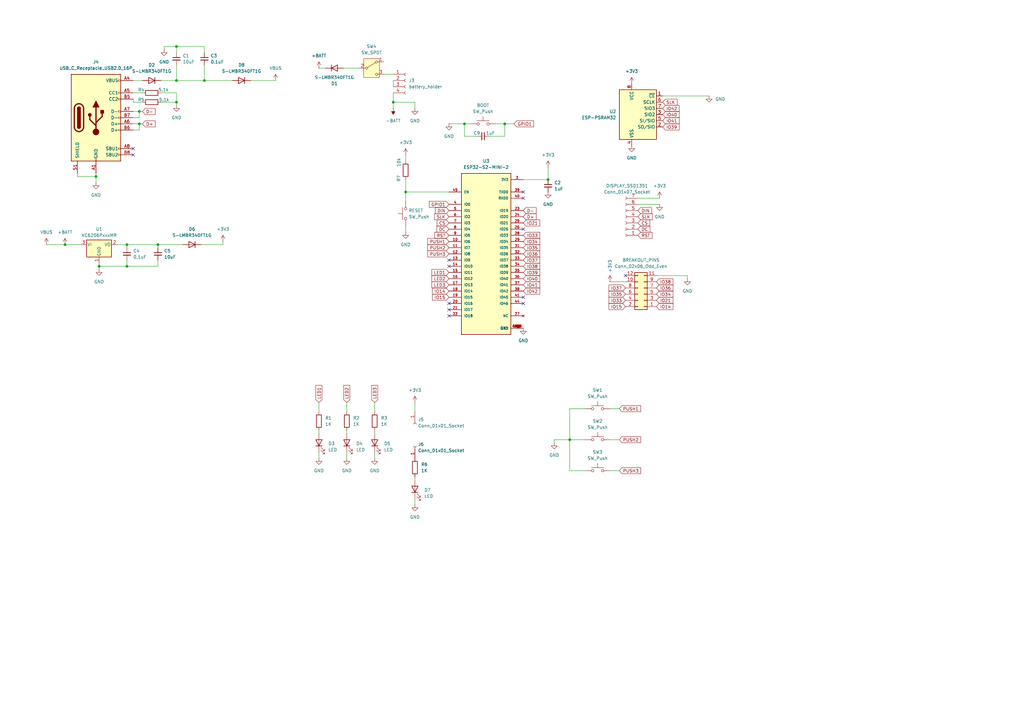
<source format=kicad_sch>
(kicad_sch (version 20250114) (generator "eeschema") (generator_version "9.0")
  (paper "A3")
  (lib_symbols
    (symbol "Connector:Conn_01x01_Socket" (pin_names (offset 1.016) (hide yes))
      (property "Reference" "J" (at 0 2.54 0))
      (property "Value" "Conn_01x01_Socket" (at 0 -2.54 0))
      (symbol "Conn_01x01_Socket_1_1"
        (pin passive line (at -5.08 0 0) (length 3.81) (name "Pin_1") (number "1"))
      )
    )
    (symbol "Connector:Conn_01x04_Socket" (pin_names (offset 1.016) (hide yes))
      (property "Reference" "J" (at 0 5.08 0))
      (property "Value" "Conn_01x04_Socket" (at 0 -7.62 0))
      (symbol "Conn_01x04_Socket_1_1"
        (pin passive line (at -5.08 2.54 0) (length 3.81) (name "Pin_1") (number "1"))
        (pin passive line (at -5.08 0 0) (length 3.81) (name "Pin_2") (number "2"))
        (pin passive line (at -5.08 -2.54 0) (length 3.81) (name "Pin_3") (number "3"))
        (pin passive line (at -5.08 -5.08 0) (length 3.81) (name "Pin_4") (number "4"))
      )
    )
    (symbol "Connector:Conn_01x07_Socket" (pin_names (offset 1.016) (hide yes))
      (property "Reference" "J" (at 0 10.16 0))
      (property "Value" "Conn_01x07_Socket" (at 0 -10.16 0))
      (symbol "Conn_01x07_Socket_1_1"
        (pin passive line (at -5.08 7.62 0) (length 3.81) (name "Pin_1") (number "1"))
        (pin passive line (at -5.08 5.08 0) (length 3.81) (name "Pin_2") (number "2"))
        (pin passive line (at -5.08 2.54 0) (length 3.81) (name "Pin_3") (number "3"))
        (pin passive line (at -5.08 0 0) (length 3.81) (name "Pin_4") (number "4"))
        (pin passive line (at -5.08 -2.54 0) (length 3.81) (name "Pin_5") (number "5"))
        (pin passive line (at -5.08 -5.08 0) (length 3.81) (name "Pin_6") (number "6"))
        (pin passive line (at -5.08 -7.62 0) (length 3.81) (name "Pin_7") (number "7"))
      )
    )
    (symbol "Connector:USB_C_Receptacle_USB2.0_16P" (pin_names (offset 1.016))
      (property "Reference" "J" (at 0 22.225 0))
      (property "Value" "USB_C_Receptacle_USB2.0_16P" (at 0 19.685 0))
      (symbol "USB_C_Receptacle_USB2.0_16P_1_1"
        (pin passive line (at -7.62 -22.86 90) (length 5.08) (name "SHIELD") (number "S1"))
        (pin passive line (at 0 -22.86 90) (length 5.08) (name "GND") (number "A1"))
        (pin passive line (at 0 -22.86 90) (length 5.08) (hide yes) (name "GND") (number "A12"))
        (pin passive line (at 0 -22.86 90) (length 5.08) (hide yes) (name "GND") (number "B1"))
        (pin passive line (at 0 -22.86 90) (length 5.08) (hide yes) (name "GND") (number "B12"))
        (pin passive line (at 15.24 15.24 180) (length 5.08) (name "VBUS") (number "A4"))
        (pin passive line (at 15.24 15.24 180) (length 5.08) (hide yes) (name "VBUS") (number "A9"))
        (pin passive line (at 15.24 15.24 180) (length 5.08) (hide yes) (name "VBUS") (number "B4"))
        (pin passive line (at 15.24 15.24 180) (length 5.08) (hide yes) (name "VBUS") (number "B9"))
        (pin bidirectional line (at 15.24 10.16 180) (length 5.08) (name "CC1") (number "A5"))
        (pin bidirectional line (at 15.24 7.62 180) (length 5.08) (name "CC2") (number "B5"))
        (pin bidirectional line (at 15.24 2.54 180) (length 5.08) (name "D-") (number "A7"))
        (pin bidirectional line (at 15.24 0 180) (length 5.08) (name "D-") (number "B7"))
        (pin bidirectional line (at 15.24 -2.54 180) (length 5.08) (name "D+") (number "A6"))
        (pin bidirectional line (at 15.24 -5.08 180) (length 5.08) (name "D+") (number "B6"))
        (pin bidirectional line (at 15.24 -12.7 180) (length 5.08) (name "SBU1") (number "A8"))
        (pin bidirectional line (at 15.24 -15.24 180) (length 5.08) (name "SBU2") (number "B8"))
      )
    )
    (symbol "Connector_Generic:Conn_02x06_Odd_Even" (pin_names (offset 1.016) (hide yes))
      (property "Reference" "J" (at 1.27 7.62 0))
      (property "Value" "Conn_02x06_Odd_Even" (at 1.27 -10.16 0))
      (symbol "Conn_02x06_Odd_Even_1_1"
        (pin passive line (at -5.08 5.08 0) (length 3.81) (name "Pin_1") (number "1"))
        (pin passive line (at -5.08 2.54 0) (length 3.81) (name "Pin_3") (number "3"))
        (pin passive line (at -5.08 0 0) (length 3.81) (name "Pin_5") (number "5"))
        (pin passive line (at -5.08 -2.54 0) (length 3.81) (name "Pin_7") (number "7"))
        (pin passive line (at -5.08 -5.08 0) (length 3.81) (name "Pin_9") (number "9"))
        (pin passive line (at -5.08 -7.62 0) (length 3.81) (name "Pin_11") (number "11"))
        (pin passive line (at 7.62 5.08 180) (length 3.81) (name "Pin_2") (number "2"))
        (pin passive line (at 7.62 2.54 180) (length 3.81) (name "Pin_4") (number "4"))
        (pin passive line (at 7.62 0 180) (length 3.81) (name "Pin_6") (number "6"))
        (pin passive line (at 7.62 -2.54 180) (length 3.81) (name "Pin_8") (number "8"))
        (pin passive line (at 7.62 -5.08 180) (length 3.81) (name "Pin_10") (number "10"))
        (pin passive line (at 7.62 -7.62 180) (length 3.81) (name "Pin_12") (number "12"))
      )
    )
    (symbol "Device:C_Small" (pin_numbers (hide yes)) (pin_names (offset 0.254) (hide yes))
      (property "Reference" "C" (at 0.254 1.778 0))
      (property "Value" "C_Small" (at 0.254 -2.032 0))
      (symbol "C_Small_1_1"
        (pin passive line (at 0 2.54 270) (length 2.032) (name "~") (number "1"))
        (pin passive line (at 0 -2.54 90) (length 2.032) (name "~") (number "2"))
      )
    )
    (symbol "Device:D" (pin_numbers (hide yes)) (pin_names (offset 1.016) (hide yes))
      (property "Reference" "D" (at 0 2.54 0))
      (property "Value" "D" (at 0 -2.54 0))
      (symbol "D_1_1"
        (pin passive line (at -3.81 0 0) (length 2.54) (name "K") (number "1"))
        (pin passive line (at 3.81 0 180) (length 2.54) (name "A") (number "2"))
      )
    )
    (symbol "Device:LED" (pin_numbers (hide yes)) (pin_names (offset 1.016) (hide yes))
      (property "Reference" "D" (at 0 2.54 0))
      (property "Value" "LED" (at 0 -2.54 0))
      (symbol "LED_1_1"
        (pin passive line (at -3.81 0 0) (length 2.54) (name "K") (number "1"))
        (pin passive line (at 3.81 0 180) (length 2.54) (name "A") (number "2"))
      )
    )
    (symbol "Device:R" (pin_numbers (hide yes)) (pin_names (offset 0))
      (property "Reference" "R" (at 2.032 0 90))
      (property "Value" "R" (at 0 0 90))
      (symbol "R_1_1"
        (pin passive line (at 0 3.81 270) (length 1.27) (name "~") (number "1"))
        (pin passive line (at 0 -3.81 90) (length 1.27) (name "~") (number "2"))
      )
    )
    (symbol "ESP32-S2-MINI-1:ESP32-S2-MINI-1" (pin_names (offset 1.016))
      (property "Reference" "U" (at -10.16 33.909 0))
      (property "Value" "ESP32-S2-MINI-1" (at -10.16 -35.56 0))
      (symbol "ESP32-S2-MINI-1_0_0"
        (pin input line (at -15.24 25.4 0) (length 5.08) (name "EN") (number "45"))
        (pin bidirectional line (at -15.24 20.32 0) (length 5.08) (name "IO0") (number "4"))
        (pin bidirectional line (at -15.24 17.78 0) (length 5.08) (name "IO1") (number "5"))
        (pin bidirectional line (at -15.24 15.24 0) (length 5.08) (name "IO2") (number "6"))
        (pin bidirectional line (at -15.24 12.7 0) (length 5.08) (name "IO3") (number "7"))
        (pin bidirectional line (at -15.24 10.16 0) (length 5.08) (name "IO4") (number "8"))
        (pin bidirectional line (at -15.24 7.62 0) (length 5.08) (name "IO5") (number "9"))
        (pin bidirectional line (at -15.24 5.08 0) (length 5.08) (name "IO6") (number "10"))
        (pin bidirectional line (at -15.24 2.54 0) (length 5.08) (name "IO7") (number "11"))
        (pin bidirectional line (at -15.24 0 0) (length 5.08) (name "IO8") (number "12"))
        (pin bidirectional line (at -15.24 -2.54 0) (length 5.08) (name "IO9") (number "13"))
        (pin bidirectional line (at -15.24 -5.08 0) (length 5.08) (name "IO10") (number "14"))
        (pin bidirectional line (at -15.24 -7.62 0) (length 5.08) (name "IO11") (number "15"))
        (pin bidirectional line (at -15.24 -10.16 0) (length 5.08) (name "IO12") (number "16"))
        (pin bidirectional line (at -15.24 -12.7 0) (length 5.08) (name "IO13") (number "17"))
        (pin bidirectional line (at -15.24 -15.24 0) (length 5.08) (name "IO14") (number "18"))
        (pin bidirectional line (at -15.24 -17.78 0) (length 5.08) (name "IO15") (number "19"))
        (pin bidirectional line (at -15.24 -20.32 0) (length 5.08) (name "IO16") (number "20"))
        (pin bidirectional line (at -15.24 -22.86 0) (length 5.08) (name "IO17") (number "21"))
        (pin bidirectional line (at -15.24 -25.4 0) (length 5.08) (name "IO18") (number "22"))
        (pin power_in line (at 15.24 30.48 180) (length 5.08) (name "3V3") (number "3"))
        (pin bidirectional line (at 15.24 25.4 180) (length 5.08) (name "TXD0") (number "39"))
        (pin bidirectional line (at 15.24 22.86 180) (length 5.08) (name "RXD0") (number "40"))
        (pin bidirectional line (at 15.24 17.78 180) (length 5.08) (name "IO19") (number "23"))
        (pin bidirectional line (at 15.24 15.24 180) (length 5.08) (name "IO20") (number "24"))
        (pin bidirectional line (at 15.24 12.7 180) (length 5.08) (name "IO21") (number "25"))
        (pin bidirectional line (at 15.24 10.16 180) (length 5.08) (name "IO26") (number "26"))
        (pin bidirectional line (at 15.24 7.62 180) (length 5.08) (name "IO33") (number "28"))
        (pin bidirectional line (at 15.24 5.08 180) (length 5.08) (name "IO34") (number "29"))
        (pin bidirectional line (at 15.24 2.54 180) (length 5.08) (name "IO35") (number "31"))
        (pin bidirectional line (at 15.24 0 180) (length 5.08) (name "IO36") (number "32"))
        (pin bidirectional line (at 15.24 -2.54 180) (length 5.08) (name "IO37") (number "33"))
        (pin bidirectional line (at 15.24 -5.08 180) (length 5.08) (name "IO38") (number "34"))
        (pin bidirectional line (at 15.24 -7.62 180) (length 5.08) (name "IO39") (number "35"))
        (pin bidirectional line (at 15.24 -10.16 180) (length 5.08) (name "IO40") (number "36"))
        (pin bidirectional line (at 15.24 -12.7 180) (length 5.08) (name "IO41") (number "37"))
        (pin bidirectional line (at 15.24 -15.24 180) (length 5.08) (name "IO42") (number "38"))
        (pin bidirectional line (at 15.24 -17.78 180) (length 5.08) (name "IO45") (number "41"))
        (pin input line (at 15.24 -20.32 180) (length 5.08) (name "IO46") (number "44"))
        (pin no_connect line (at 15.24 -25.4 180) (length 5.08) (name "NC") (number "27"))
        (pin power_in line (at 15.24 -30.48 180) (length 5.08) (name "GND") (number "1"))
        (pin power_in line (at 15.24 -30.48 180) (length 5.08) (name "GND") (number "2"))
        (pin power_in line (at 15.24 -30.48 180) (length 5.08) (name "GND") (number "30"))
        (pin power_in line (at 15.24 -30.48 180) (length 5.08) (name "GND") (number "42"))
        (pin power_in line (at 15.24 -30.48 180) (length 5.08) (name "GND") (number "43"))
        (pin power_in line (at 15.24 -30.48 180) (length 5.08) (name "GND") (number "46"))
        (pin power_in line (at 15.24 -30.48 180) (length 5.08) (name "GND") (number "47"))
        (pin power_in line (at 15.24 -30.48 180) (length 5.08) (name "GND") (number "48"))
        (pin power_in line (at 15.24 -30.48 180) (length 5.08) (name "GND") (number "49"))
        (pin power_in line (at 15.24 -30.48 180) (length 5.08) (name "GND") (number "50"))
        (pin power_in line (at 15.24 -30.48 180) (length 5.08) (name "GND") (number "51"))
        (pin power_in line (at 15.24 -30.48 180) (length 5.08) (name "GND") (number "52"))
        (pin power_in line (at 15.24 -30.48 180) (length 5.08) (name "GND") (number "53"))
        (pin power_in line (at 15.24 -30.48 180) (length 5.08) (name "GND") (number "54"))
        (pin power_in line (at 15.24 -30.48 180) (length 5.08) (name "GND") (number "55"))
        (pin power_in line (at 15.24 -30.48 180) (length 5.08) (name "GND") (number "56"))
        (pin power_in line (at 15.24 -30.48 180) (length 5.08) (name "GND") (number "57"))
        (pin power_in line (at 15.24 -30.48 180) (length 5.08) (name "GND") (number "58"))
        (pin power_in line (at 15.24 -30.48 180) (length 5.08) (name "GND") (number "59"))
        (pin power_in line (at 15.24 -30.48 180) (length 5.08) (name "GND") (number "60"))
        (pin power_in line (at 15.24 -30.48 180) (length 5.08) (name "GND") (number "61"))
        (pin power_in line (at 15.24 -30.48 180) (length 5.08) (name "GND") (number "61_1"))
        (pin power_in line (at 15.24 -30.48 180) (length 5.08) (name "GND") (number "61_2"))
        (pin power_in line (at 15.24 -30.48 180) (length 5.08) (name "GND") (number "61_3"))
        (pin power_in line (at 15.24 -30.48 180) (length 5.08) (name "GND") (number "61_4"))
        (pin power_in line (at 15.24 -30.48 180) (length 5.08) (name "GND") (number "61_5"))
        (pin power_in line (at 15.24 -30.48 180) (length 5.08) (name "GND") (number "61_6"))
        (pin power_in line (at 15.24 -30.48 180) (length 5.08) (name "GND") (number "61_7"))
        (pin power_in line (at 15.24 -30.48 180) (length 5.08) (name "GND") (number "61_8"))
        (pin power_in line (at 15.24 -30.48 180) (length 5.08) (name "GND") (number "62"))
        (pin power_in line (at 15.24 -30.48 180) (length 5.08) (name "GND") (number "63"))
        (pin power_in line (at 15.24 -30.48 180) (length 5.08) (name "GND") (number "64"))
        (pin power_in line (at 15.24 -30.48 180) (length 5.08) (name "GND") (number "65"))
      )
    )
    (symbol "Memory_RAM:ESP-PSRAM32"
      (property "Reference" "U" (at 3.81 11.43 0))
      (property "Value" "ESP-PSRAM32" (at -1.27 -11.43 0))
      (symbol "ESP-PSRAM32_1_1"
        (pin power_in line (at -2.54 12.7 270) (length 2.54) (name "VCC") (number "8"))
        (pin power_in line (at -2.54 -12.7 90) (length 2.54) (name "VSS") (number "4"))
        (pin input line (at 10.16 7.62 180) (length 2.54) (name "~{CE}") (number "1"))
        (pin output line (at 10.16 5.08 180) (length 2.54) (name "SCLK") (number "6"))
        (pin bidirectional line (at 10.16 2.54 180) (length 2.54) (name "SIO3") (number "7"))
        (pin bidirectional line (at 10.16 0 180) (length 2.54) (name "SIO2") (number "3"))
        (pin input line (at 10.16 -2.54 180) (length 2.54) (name "SI/SIO") (number "5"))
        (pin output line (at 10.16 -5.08 180) (length 2.54) (name "SO/SIO") (number "2"))
      )
    )
    (symbol "Regulator_Linear:XC6206PxxxMR" (pin_names (offset 0.254))
      (property "Reference" "U" (at -3.81 3.175 0))
      (property "Value" "XC6206PxxxMR" (at 0 3.175 0))
      (symbol "XC6206PxxxMR_1_1"
        (pin power_in line (at -7.62 0 0) (length 2.54) (name "VI") (number "3"))
        (pin power_in line (at 0 -7.62 90) (length 2.54) (name "GND") (number "1"))
        (pin power_out line (at 7.62 0 180) (length 2.54) (name "VO") (number "2"))
      )
    )
    (symbol "Switch:SW_Push" (pin_numbers (hide yes)) (pin_names (offset 1.016) (hide yes))
      (property "Reference" "SW" (at 1.27 2.54 0))
      (property "Value" "SW_Push" (at 0 -1.524 0))
      (symbol "SW_Push_0_1"
        (pin passive line (at -5.08 0 0) (length 2.54) (name "1") (number "1"))
        (pin passive line (at 5.08 0 180) (length 2.54) (name "2") (number "2"))
      )
    )
    (symbol "Switch:SW_SPDT" (pin_names (offset 0) (hide yes))
      (property "Reference" "SW" (at 0 5.08 0))
      (property "Value" "SW_SPDT" (at 0 -5.08 0))
      (symbol "SW_SPDT_1_1"
        (pin passive line (at -5.08 0 0) (length 2.54) (name "B") (number "2"))
        (pin passive line (at 5.08 2.54 180) (length 2.54) (name "A") (number "1"))
        (pin passive line (at 5.08 -2.54 180) (length 2.54) (name "C") (number "3"))
      )
    )
    (symbol "power:+3V3" (power) (pin_numbers (hide yes)) (pin_names (offset 0) (hide yes))
      (property "Value" "+3V3" (at 0 3.556 0))
      (symbol "+3V3_1_1"
        (pin power_in line (at 0 0 90) (length 0) (name "~") (number "1"))
      )
    )
    (symbol "power:+BATT" (power) (pin_numbers (hide yes)) (pin_names (offset 0) (hide yes))
      (property "Value" "+BATT" (at 0 3.556 0))
      (symbol "+BATT_1_1"
        (pin power_in line (at 0 0 90) (length 0) (name "~") (number "1"))
      )
    )
    (symbol "power:-BATT" (power) (pin_numbers (hide yes)) (pin_names (offset 0) (hide yes))
      (property "Value" "-BATT" (at 0 3.556 0))
      (symbol "-BATT_1_1"
        (pin power_in line (at 0 0 90) (length 0) (name "~") (number "1"))
      )
    )
    (symbol "power:GND" (power) (pin_numbers (hide yes)) (pin_names (offset 0) (hide yes))
      (property "Value" "GND" (at 0 -3.81 0))
      (symbol "GND_1_1"
        (pin power_in line (at 0 0 270) (length 0) (name "~") (number "1"))
      )
    )
    (symbol "power:VBUS" (power) (pin_numbers (hide yes)) (pin_names (offset 0) (hide yes))
      (property "Value" "VBUS" (at 0 3.556 0))
      (symbol "VBUS_1_1"
        (pin power_in line (at 0 0 90) (length 0) (name "~") (number "1"))
      )
    )
  )
  (junction (at 72.39 19.05))
  (junction (at 72.39 41.91))
  (junction (at 52.07 109.22))
  (junction (at 39.37 72.39))
  (junction (at 57.15 50.8))
  (junction (at 190.5 50.8))
  (junction (at 233.68 180.34))
  (junction (at 207.01 50.8))
  (junction (at 57.15 45.72))
  (junction (at 83.82 33.02))
  (junction (at 52.07 100.33))
  (junction (at 161.29 41.91))
  (junction (at 26.67 100.33))
  (junction (at 166.37 78.74))
  (junction (at 64.77 100.33))
  (junction (at 40.64 109.22))
  (junction (at 224.79 73.66))
  (junction (at 72.39 33.02))
  (no_connect (at 214.63 78.74))
  (no_connect (at 184.15 109.22))
  (no_connect (at 184.15 127))
  (no_connect (at 54.61 60.96))
  (no_connect (at 214.63 121.92))
  (no_connect (at 54.61 63.5))
  (no_connect (at 214.63 124.46))
  (no_connect (at 214.63 81.28))
  (no_connect (at 184.15 106.68))
  (no_connect (at 256.54 113.03))
  (no_connect (at 184.15 129.54))
  (no_connect (at 214.63 93.98))
  (no_connect (at 184.15 124.46))
  (wire (pts (xy 40.64 109.22) (xy 40.64 107.95)))
  (wire (pts (xy 54.61 48.26) (xy 57.15 48.26)))
  (wire (pts (xy 66.04 41.91) (xy 72.39 41.91)))
  (wire (pts (xy 184.15 50.8) (xy 190.5 50.8)))
  (wire (pts (xy 72.39 33.02) (xy 72.39 26.67)))
  (wire (pts (xy 233.68 193.04) (xy 240.03 193.04)))
  (wire (pts (xy 261.62 83.82) (xy 270.51 83.82)))
  (wire (pts (xy 54.61 38.1) (xy 58.42 38.1)))
  (wire (pts (xy 64.77 109.22) (xy 64.77 106.68)))
  (wire (pts (xy 190.5 50.8) (xy 193.04 50.8)))
  (wire (pts (xy 40.64 110.49) (xy 40.64 109.22)))
  (wire (pts (xy 261.62 81.28) (xy 270.51 81.28)))
  (wire (pts (xy 233.68 167.64) (xy 240.03 167.64)))
  (wire (pts (xy 66.04 33.02) (xy 72.39 33.02)))
  (wire (pts (xy 54.61 41.91) (xy 58.42 41.91)))
  (wire (pts (xy 57.15 45.72) (xy 58.42 45.72)))
  (wire (pts (xy 281.94 113.03) (xy 269.24 113.03)))
  (wire (pts (xy 31.75 71.12) (xy 31.75 72.39)))
  (wire (pts (xy 39.37 71.12) (xy 39.37 72.39)))
  (wire (pts (xy 52.07 100.33) (xy 64.77 100.33)))
  (wire (pts (xy 72.39 43.18) (xy 72.39 41.91)))
  (wire (pts (xy 161.29 41.91) (xy 170.18 41.91)))
  (wire (pts (xy 102.87 33.02) (xy 113.03 33.02)))
  (wire (pts (xy 130.81 165.1) (xy 130.81 168.91)))
  (wire (pts (xy 64.77 101.6) (xy 64.77 100.33)))
  (wire (pts (xy 227.33 180.34) (xy 227.33 181.61)))
  (wire (pts (xy 57.15 53.34) (xy 57.15 50.8)))
  (wire (pts (xy 39.37 74.93) (xy 39.37 72.39)))
  (wire (pts (xy 67.31 19.05) (xy 72.39 19.05)))
  (wire (pts (xy 166.37 78.74) (xy 184.15 78.74)))
  (wire (pts (xy 170.18 195.58) (xy 170.18 196.85)))
  (wire (pts (xy 250.19 180.34) (xy 254 180.34)))
  (wire (pts (xy 82.55 100.33) (xy 91.44 100.33)))
  (wire (pts (xy 153.67 176.53) (xy 153.67 177.8)))
  (wire (pts (xy 66.04 38.1) (xy 72.39 38.1)))
  (wire (pts (xy 157.48 30.48) (xy 161.29 30.48)))
  (wire (pts (xy 200.66 55.88) (xy 207.01 55.88)))
  (wire (pts (xy 19.05 100.33) (xy 26.67 100.33)))
  (wire (pts (xy 54.61 50.8) (xy 57.15 50.8)))
  (wire (pts (xy 233.68 167.64) (xy 233.68 180.34)))
  (wire (pts (xy 72.39 33.02) (xy 83.82 33.02)))
  (wire (pts (xy 52.07 101.6) (xy 52.07 100.33)))
  (wire (pts (xy 233.68 180.34) (xy 233.68 193.04)))
  (wire (pts (xy 57.15 50.8) (xy 58.42 50.8)))
  (wire (pts (xy 207.01 50.8) (xy 210.82 50.8)))
  (wire (pts (xy 64.77 100.33) (xy 74.93 100.33)))
  (wire (pts (xy 130.81 27.94) (xy 133.35 27.94)))
  (wire (pts (xy 52.07 109.22) (xy 64.77 109.22)))
  (wire (pts (xy 54.61 33.02) (xy 58.42 33.02)))
  (wire (pts (xy 227.33 180.34) (xy 233.68 180.34)))
  (wire (pts (xy 250.19 115.57) (xy 256.54 115.57)))
  (wire (pts (xy 130.81 176.53) (xy 130.81 177.8)))
  (wire (pts (xy 72.39 19.05) (xy 83.82 19.05)))
  (wire (pts (xy 142.24 176.53) (xy 142.24 177.8)))
  (wire (pts (xy 161.29 33.02) (xy 161.29 35.56)))
  (wire (pts (xy 190.5 50.8) (xy 190.5 55.88)))
  (wire (pts (xy 130.81 185.42) (xy 130.81 187.96)))
  (wire (pts (xy 214.63 73.66) (xy 224.79 73.66)))
  (wire (pts (xy 26.67 100.33) (xy 33.02 100.33)))
  (wire (pts (xy 290.83 39.37) (xy 271.78 39.37)))
  (wire (pts (xy 142.24 165.1) (xy 142.24 168.91)))
  (wire (pts (xy 281.94 114.3) (xy 281.94 113.03)))
  (wire (pts (xy 207.01 55.88) (xy 207.01 50.8)))
  (wire (pts (xy 142.24 185.42) (xy 142.24 187.96)))
  (wire (pts (xy 72.39 38.1) (xy 72.39 41.91)))
  (wire (pts (xy 57.15 48.26) (xy 57.15 45.72)))
  (wire (pts (xy 91.44 100.33) (xy 91.44 99.06)))
  (wire (pts (xy 161.29 41.91) (xy 161.29 38.1)))
  (wire (pts (xy 224.79 68.58) (xy 224.79 73.66)))
  (wire (pts (xy 83.82 19.05) (xy 83.82 21.59)))
  (wire (pts (xy 153.67 165.1) (xy 153.67 168.91)))
  (wire (pts (xy 52.07 109.22) (xy 52.07 106.68)))
  (wire (pts (xy 140.97 27.94) (xy 147.32 27.94)))
  (wire (pts (xy 72.39 19.05) (xy 72.39 21.59)))
  (wire (pts (xy 170.18 204.47) (xy 170.18 207.01)))
  (wire (pts (xy 83.82 33.02) (xy 95.25 33.02)))
  (wire (pts (xy 170.18 165.1) (xy 170.18 168.91)))
  (wire (pts (xy 67.31 19.05) (xy 67.31 20.32)))
  (wire (pts (xy 40.64 109.22) (xy 52.07 109.22)))
  (wire (pts (xy 48.26 100.33) (xy 52.07 100.33)))
  (wire (pts (xy 153.67 185.42) (xy 153.67 187.96)))
  (wire (pts (xy 166.37 92.71) (xy 166.37 95.25)))
  (wire (pts (xy 54.61 53.34) (xy 57.15 53.34)))
  (wire (pts (xy 190.5 55.88) (xy 195.58 55.88)))
  (wire (pts (xy 83.82 33.02) (xy 83.82 26.67)))
  (wire (pts (xy 166.37 63.5) (xy 166.37 66.04)))
  (wire (pts (xy 54.61 41.91) (xy 54.61 40.64)))
  (wire (pts (xy 203.2 50.8) (xy 207.01 50.8)))
  (wire (pts (xy 54.61 45.72) (xy 57.15 45.72)))
  (wire (pts (xy 250.19 193.04) (xy 254 193.04)))
  (wire (pts (xy 170.18 41.91) (xy 170.18 44.45)))
  (wire (pts (xy 166.37 78.74) (xy 166.37 82.55)))
  (wire (pts (xy 166.37 73.66) (xy 166.37 78.74)))
  (wire (pts (xy 233.68 180.34) (xy 240.03 180.34)))
  (wire (pts (xy 31.75 72.39) (xy 39.37 72.39)))
  (wire (pts (xy 161.29 41.91) (xy 161.29 44.45)))
  (wire (pts (xy 250.19 167.64) (xy 254 167.64)))
  (global_label "IO35" (shape input) (at 256.54 120.65 180) (property "Intersheetrefs" "${INTERSHEET_REFS}" (effects (hide yes))))
  (global_label "PUSH2" (shape input) (at 184.15 101.6 180) (property "Intersheetrefs" "${INTERSHEET_REFS}" (effects (hide yes))))
  (global_label "IO14" (shape input) (at 184.15 119.38 180) (property "Intersheetrefs" "${INTERSHEET_REFS}" (effects (hide yes))))
  (global_label "IO15" (shape input) (at 184.15 121.92 180) (property "Intersheetrefs" "${INTERSHEET_REFS}" (effects (hide yes))))
  (global_label "DC" (shape input) (at 184.15 93.98 180) (property "Intersheetrefs" "${INTERSHEET_REFS}" (effects (hide yes))))
  (global_label "PUSH1" (shape input) (at 184.15 99.06 180) (property "Intersheetrefs" "${INTERSHEET_REFS}" (effects (hide yes))))
  (global_label "LED2" (shape input) (at 142.24 165.1 90) (property "Intersheetrefs" "${INTERSHEET_REFS}" (effects (hide yes))))
  (global_label "LED1" (shape input) (at 130.81 165.1 90) (property "Intersheetrefs" "${INTERSHEET_REFS}" (effects (hide yes))))
  (global_label "D-" (shape input) (at 214.63 86.36 0) (property "Intersheetrefs" "${INTERSHEET_REFS}" (effects (hide yes))))
  (global_label "PUSH3" (shape input) (at 254 193.04 0) (property "Intersheetrefs" "${INTERSHEET_REFS}" (effects (hide yes))))
  (global_label "D+" (shape input) (at 214.63 88.9 0) (property "Intersheetrefs" "${INTERSHEET_REFS}" (effects (hide yes))))
  (global_label "LED1" (shape input) (at 184.15 111.76 180) (property "Intersheetrefs" "${INTERSHEET_REFS}" (effects (hide yes))))
  (global_label "PUSH1" (shape input) (at 254 167.64 0) (property "Intersheetrefs" "${INTERSHEET_REFS}" (effects (hide yes))))
  (global_label "IO33" (shape input) (at 214.63 96.52 0) (property "Intersheetrefs" "${INTERSHEET_REFS}" (effects (hide yes))))
  (global_label "IO40" (shape input) (at 214.63 114.3 0) (property "Intersheetrefs" "${INTERSHEET_REFS}" (effects (hide yes))))
  (global_label "SLK" (shape input) (at 184.15 88.9 180) (property "Intersheetrefs" "${INTERSHEET_REFS}" (effects (hide yes))))
  (global_label "IO36" (shape input) (at 269.24 118.11 0) (property "Intersheetrefs" "${INTERSHEET_REFS}" (effects (hide yes))))
  (global_label "IO34" (shape input) (at 269.24 120.65 0) (property "Intersheetrefs" "${INTERSHEET_REFS}" (effects (hide yes))))
  (global_label "RST" (shape input) (at 184.15 96.52 180) (property "Intersheetrefs" "${INTERSHEET_REFS}" (effects (hide yes))))
  (global_label "LED2" (shape input) (at 184.15 114.3 180) (property "Intersheetrefs" "${INTERSHEET_REFS}" (effects (hide yes))))
  (global_label "CS" (shape input) (at 261.62 91.44 0) (property "Intersheetrefs" "${INTERSHEET_REFS}" (effects (hide yes))))
  (global_label "IO38" (shape input) (at 269.24 115.57 0) (property "Intersheetrefs" "${INTERSHEET_REFS}" (effects (hide yes))))
  (global_label "CS" (shape input) (at 184.15 91.44 180) (property "Intersheetrefs" "${INTERSHEET_REFS}" (effects (hide yes))))
  (global_label "IO34" (shape input) (at 214.63 99.06 0) (property "Intersheetrefs" "${INTERSHEET_REFS}" (effects (hide yes))))
  (global_label "IO42" (shape input) (at 214.63 119.38 0) (property "Intersheetrefs" "${INTERSHEET_REFS}" (effects (hide yes))))
  (global_label "D+" (shape input) (at 58.42 50.8 0) (property "Intersheetrefs" "${INTERSHEET_REFS}" (effects (hide yes))))
  (global_label "IO36" (shape input) (at 214.63 104.14 0) (property "Intersheetrefs" "${INTERSHEET_REFS}" (effects (hide yes))))
  (global_label "LED3" (shape input) (at 184.15 116.84 180) (property "Intersheetrefs" "${INTERSHEET_REFS}" (effects (hide yes))))
  (global_label "IO40" (shape input) (at 271.78 46.99 0) (property "Intersheetrefs" "${INTERSHEET_REFS}" (effects (hide yes))))
  (global_label "PUSH2" (shape input) (at 254 180.34 0) (property "Intersheetrefs" "${INTERSHEET_REFS}" (effects (hide yes))))
  (global_label "IO33" (shape input) (at 256.54 123.19 180) (property "Intersheetrefs" "${INTERSHEET_REFS}" (effects (hide yes))))
  (global_label "GPIO1" (shape input) (at 184.15 83.82 180) (property "Intersheetrefs" "${INTERSHEET_REFS}" (effects (hide yes))))
  (global_label "PUSH3" (shape input) (at 184.15 104.14 180) (property "Intersheetrefs" "${INTERSHEET_REFS}" (effects (hide yes))))
  (global_label "IO42" (shape input) (at 271.78 44.45 0) (property "Intersheetrefs" "${INTERSHEET_REFS}" (effects (hide yes))))
  (global_label "IO37" (shape input) (at 256.54 118.11 180) (property "Intersheetrefs" "${INTERSHEET_REFS}" (effects (hide yes))))
  (global_label "LED3" (shape input) (at 153.67 165.1 90) (property "Intersheetrefs" "${INTERSHEET_REFS}" (effects (hide yes))))
  (global_label "RST" (shape input) (at 261.62 96.52 0) (property "Intersheetrefs" "${INTERSHEET_REFS}" (effects (hide yes))))
  (global_label "IO14" (shape input) (at 269.24 125.73 0) (property "Intersheetrefs" "${INTERSHEET_REFS}" (effects (hide yes))))
  (global_label "DC" (shape input) (at 261.62 93.98 0) (property "Intersheetrefs" "${INTERSHEET_REFS}" (effects (hide yes))))
  (global_label "IO37" (shape input) (at 214.63 106.68 0) (property "Intersheetrefs" "${INTERSHEET_REFS}" (effects (hide yes))))
  (global_label "IO15" (shape input) (at 256.54 125.73 180) (property "Intersheetrefs" "${INTERSHEET_REFS}" (effects (hide yes))))
  (global_label "GPIO1" (shape input) (at 210.82 50.8 0) (property "Intersheetrefs" "${INTERSHEET_REFS}" (effects (hide yes))))
  (global_label "IO41" (shape input) (at 271.78 49.53 0) (property "Intersheetrefs" "${INTERSHEET_REFS}" (effects (hide yes))))
  (global_label "IO39" (shape input) (at 271.78 52.07 0) (property "Intersheetrefs" "${INTERSHEET_REFS}" (effects (hide yes))))
  (global_label "IO39" (shape input) (at 214.63 111.76 0) (property "Intersheetrefs" "${INTERSHEET_REFS}" (effects (hide yes))))
  (global_label "IO41" (shape input) (at 214.63 116.84 0) (property "Intersheetrefs" "${INTERSHEET_REFS}" (effects (hide yes))))
  (global_label "D-" (shape input) (at 58.42 45.72 0) (property "Intersheetrefs" "${INTERSHEET_REFS}" (effects (hide yes))))
  (global_label "IO21" (shape input) (at 269.24 123.19 0) (property "Intersheetrefs" "${INTERSHEET_REFS}" (effects (hide yes))))
  (global_label "SLK" (shape input) (at 261.62 88.9 0) (property "Intersheetrefs" "${INTERSHEET_REFS}" (effects (hide yes))))
  (global_label "IO38" (shape input) (at 214.63 109.22 0) (property "Intersheetrefs" "${INTERSHEET_REFS}" (effects (hide yes))))
  (global_label "DIN" (shape input) (at 261.62 86.36 0) (property "Intersheetrefs" "${INTERSHEET_REFS}" (effects (hide yes))))
  (global_label "IO21" (shape input) (at 214.63 91.44 0) (property "Intersheetrefs" "${INTERSHEET_REFS}" (effects (hide yes))))
  (global_label "SLK" (shape input) (at 271.78 41.91 0) (property "Intersheetrefs" "${INTERSHEET_REFS}" (effects (hide yes))))
  (global_label "DIN" (shape input) (at 184.15 86.36 180) (property "Intersheetrefs" "${INTERSHEET_REFS}" (effects (hide yes))))
  (global_label "IO35" (shape input) (at 214.63 101.6 0) (property "Intersheetrefs" "${INTERSHEET_REFS}" (effects (hide yes))))
  (symbol (lib_id "Device:LED") (at 153.67 181.61 90) (unit 1)
    (property "Reference" "D5" (at 157.48 181.9274 90) (effects (justify right)))
    (property "Value" "LED" (at 157.48 184.4674 90) (effects (justify right)))
    (property "Footprint" "LED_SMD:LED_0805_2012Metric" (effects (hide yes)))
    (property "Description" "Light emitting diode" (effects (hide yes)))
  )
  (symbol (lib_id "power:GND") (at 214.63 134.62 0) (unit 1)
    (property "Reference" "#PWR016" (effects (hide yes)))
    (property "Value" "GND" (at 214.63 139.7 0))
    (property "Description" "Power symbol creates a global label with name \"GND\" , ground" (effects (hide yes)))
  )
  (symbol (lib_id "Device:C_Small") (at 83.82 24.13 0) (unit 1)
    (property "Reference" "C3" (at 86.36 22.8662 0) (effects (justify left)))
    (property "Value" "0.1uF" (at 86.36 25.4062 0) (effects (justify left)))
    (property "Footprint" "Capacitor_SMD:C_0805_2012Metric" (effects (hide yes)))
    (property "Description" "Unpolarized capacitor, small symbol" (effects (hide yes)))
    (property "LCSC" "C28378" (effects (hide yes)))
  )
  (symbol (lib_id "power:+BATT") (at 26.67 100.33 0) (unit 1)
    (property "Reference" "#PWR08" (effects (hide yes)))
    (property "Value" "+BATT" (at 26.67 95.25 0))
    (property "Description" "Power symbol creates a global label with name \"+BATT\"" (effects (hide yes)))
  )
  (symbol (lib_id "power:+3V3") (at 91.44 99.06 0) (unit 1)
    (property "Reference" "#PWR011" (effects (hide yes)))
    (property "Value" "+3V3" (at 91.44 93.98 0))
    (property "Description" "Power symbol creates a global label with name \"+3V3\"" (effects (hide yes)))
  )
  (symbol (lib_id "Device:R") (at 170.18 191.77 0) (unit 1)
    (property "Reference" "R6" (at 172.72 190.4999 0) (effects (justify left)))
    (property "Value" "1K" (at 172.72 193.0399 0) (effects (justify left)))
    (property "Footprint" "Resistor_SMD:R_0805_2012Metric" (effects (hide yes)))
    (property "Description" "Resistor" (effects (hide yes)))
    (property "LCSC" "C17513" (effects (hide yes)))
  )
  (symbol (lib_id "power:GND") (at 166.37 95.25 0) (unit 1)
    (property "Reference" "#PWR027" (effects (hide yes)))
    (property "Value" "GND" (at 166.37 100.33 0))
    (property "Description" "Power symbol creates a global label with name \"GND\" , ground" (effects (hide yes)))
  )
  (symbol (lib_id "Device:LED") (at 130.81 181.61 90) (unit 1)
    (property "Reference" "D3" (at 134.62 181.9274 90) (effects (justify right)))
    (property "Value" "LED" (at 134.62 184.4674 90) (effects (justify right)))
    (property "Footprint" "LED_SMD:LED_0805_2012Metric" (effects (hide yes)))
    (property "Description" "Light emitting diode" (effects (hide yes)))
  )
  (symbol (lib_id "Connector:USB_C_Receptacle_USB2.0_16P") (at 39.37 48.26 0) (unit 1)
    (property "Reference" "J4" (at 39.37 25.4 0))
    (property "Value" "USB_C_Receptacle_USB2.0_16P" (at 39.37 27.94 0))
    (property "Footprint" "Connector_USB:USB_C_Receptacle_HCTL_HC-TYPE-C-16P-01A" (effects (hide yes)))
    (property "Datasheet" "https://www.usb.org/sites/default/files/documents/usb_type-c.zip" (effects (hide yes)))
    (property "Description" "USB 2.0-only 16P Type-C Receptacle connector" (effects (hide yes)))
    (property "LCSC" "C393939" (effects (hide yes)))
  )
  (symbol (lib_id "Switch:SW_Push") (at 166.37 87.63 90) (unit 1)
    (property "Reference" "RESET" (at 167.64 86.3599 90) (effects (justify right)))
    (property "Value" "SW_Push" (at 167.64 88.8999 90) (effects (justify right)))
    (property "Footprint" "Button_Switch_SMD:SW_Push_1P1T_XKB_TS-1187A" (effects (hide yes)))
    (property "Description" "Push button switch, generic, two pins" (effects (hide yes)))
  )
  (symbol (lib_id "Device:D") (at 62.23 33.02 180) (unit 1)
    (property "Reference" "D2" (at 62.23 26.67 0))
    (property "Value" "S-LMBR340FT1G" (at 62.23 29.21 0))
    (property "Footprint" "Diode_SMD:D_0805_2012Metric" (effects (hide yes)))
    (property "Description" "Diode" (effects (hide yes)))
    (property "Sim.Device" "D" (effects (hide yes)))
    (property "Sim.Pins" "1=K 2=A" (effects (hide yes)))
    (property "LCSC" " C2972823" (effects (hide yes)))
  )
  (symbol (lib_id "Device:R") (at 153.67 172.72 0) (unit 1)
    (property "Reference" "R3" (at 156.21 171.4499 0) (effects (justify left)))
    (property "Value" "1K" (at 156.21 173.9899 0) (effects (justify left)))
    (property "Footprint" "Resistor_SMD:R_0805_2012Metric" (effects (hide yes)))
    (property "Description" "Resistor" (effects (hide yes)))
    (property "LCSC" "C17513" (effects (hide yes)))
  )
  (symbol (lib_id "Device:R") (at 62.23 41.91 90) (unit 1)
    (property "Reference" "R5" (at 57.912 40.894 90))
    (property "Value" "5.1k" (at 67.31 40.894 90))
    (property "Footprint" "Resistor_SMD:R_0805_2012Metric" (effects (hide yes)))
    (property "Description" "Resistor" (effects (hide yes)))
    (property "LCSC" "C104375" (effects (hide yes)))
  )
  (symbol (lib_id "power:GND") (at 224.79 78.74 0) (unit 1)
    (property "Reference" "#PWR09" (effects (hide yes)))
    (property "Value" "GND" (at 224.79 83.82 0))
    (property "Description" "Power symbol creates a global label with name \"GND\" , ground" (effects (hide yes)))
  )
  (symbol (lib_id "Device:R") (at 166.37 69.85 180) (unit 1)
    (property "Reference" "R7" (at 163.576 73.152 90))
    (property "Value" "10k" (at 163.576 66.548 90))
    (property "Footprint" "Resistor_SMD:R_0402_1005Metric" (effects (hide yes)))
    (property "Description" "Resistor" (effects (hide yes)))
  )
  (symbol (lib_id "power:GND") (at 170.18 44.45 0) (unit 1)
    (property "Reference" "#PWR010" (effects (hide yes)))
    (property "Value" "GND" (at 170.18 49.53 0))
    (property "Description" "Power symbol creates a global label with name \"GND\" , ground" (effects (hide yes)))
  )
  (symbol (lib_id "Device:R") (at 62.23 38.1 90) (unit 1)
    (property "Reference" "R4" (at 57.912 36.83 90))
    (property "Value" "5.1k" (at 67.056 36.83 90))
    (property "Footprint" "Resistor_SMD:R_0805_2012Metric" (effects (hide yes)))
    (property "Description" "Resistor" (effects (hide yes)))
    (property "LCSC" "C104375" (effects (hide yes)))
  )
  (symbol (lib_id "Switch:SW_Push") (at 245.11 180.34 0) (unit 1)
    (property "Reference" "SW2" (at 245.11 172.72 0))
    (property "Value" "SW_Push" (at 245.11 175.26 0))
    (property "Footprint" "Button_Switch_SMD:SW_Push_1P1T_NO_6x6mm_H9.5mm" (effects (hide yes)))
    (property "Description" "Push button switch, generic, two pins" (effects (hide yes)))
    (property "LCSC" "C381038" (effects (hide yes)))
  )
  (symbol (lib_id "Device:LED") (at 142.24 181.61 90) (unit 1)
    (property "Reference" "D4" (at 146.05 181.9274 90) (effects (justify right)))
    (property "Value" "LED" (at 146.05 184.4674 90) (effects (justify right)))
    (property "Footprint" "LED_SMD:LED_0805_2012Metric" (effects (hide yes)))
    (property "Description" "Light emitting diode" (effects (hide yes)))
  )
  (symbol (lib_id "power:GND") (at 281.94 114.3 0) (unit 1)
    (property "Reference" "#PWR031" (effects (hide yes)))
    (property "Value" "GND" (at 281.94 119.38 0))
    (property "Description" "Power symbol creates a global label with name \"GND\" , ground" (effects (hide yes)))
  )
  (symbol (lib_id "power:GND") (at 39.37 74.93 0) (unit 1)
    (property "Reference" "#PWR014" (effects (hide yes)))
    (property "Value" "GND" (at 39.37 80.01 0))
    (property "Description" "Power symbol creates a global label with name \"GND\" , ground" (effects (hide yes)))
  )
  (symbol (lib_id "power:VBUS") (at 19.05 100.33 0) (unit 1)
    (property "Reference" "#PWR07" (effects (hide yes)))
    (property "Value" "VBUS" (at 19.05 95.25 0))
    (property "Description" "Power symbol creates a global label with name \"VBUS\"" (effects (hide yes)))
  )
  (symbol (lib_id "Device:LED") (at 170.18 200.66 90) (unit 1)
    (property "Reference" "D7" (at 173.99 200.9774 90) (effects (justify right)))
    (property "Value" "LED" (at 173.99 203.5174 90) (effects (justify right)))
    (property "Footprint" "LED_SMD:LED_0805_2012Metric" (effects (hide yes)))
    (property "Description" "Light emitting diode" (effects (hide yes)))
  )
  (symbol (lib_id "power:GND") (at 40.64 110.49 0) (unit 1)
    (property "Reference" "#PWR015" (effects (hide yes)))
    (property "Value" "GND" (at 40.64 115.57 0))
    (property "Description" "Power symbol creates a global label with name \"GND\" , ground" (effects (hide yes)))
  )
  (symbol (lib_id "power:GND") (at 227.33 181.61 0) (unit 1)
    (property "Reference" "#PWR05" (effects (hide yes)))
    (property "Value" "GND" (at 227.33 186.69 0))
    (property "Description" "Power symbol creates a global label with name \"GND\" , ground" (effects (hide yes)))
  )
  (symbol (lib_id "power:GND") (at 67.31 20.32 0) (unit 1)
    (property "Reference" "#PWR04" (effects (hide yes)))
    (property "Value" "GND" (at 67.31 25.4 0))
    (property "Description" "Power symbol creates a global label with name \"GND\" , ground" (effects (hide yes)))
  )
  (symbol (lib_id "power:VBUS") (at 113.03 33.02 0) (unit 1)
    (property "Reference" "#PWR012" (effects (hide yes)))
    (property "Value" "VBUS" (at 113.03 27.94 0))
    (property "Description" "Power symbol creates a global label with name \"VBUS\"" (effects (hide yes)))
  )
  (symbol (lib_id "power:+BATT") (at 130.81 27.94 0) (unit 1)
    (property "Reference" "#PWR030" (effects (hide yes)))
    (property "Value" "+BATT" (at 130.81 22.86 0))
    (property "Description" "Power symbol creates a global label with name \"+BATT\"" (effects (hide yes)))
  )
  (symbol (lib_id "Device:C_Small") (at 72.39 24.13 0) (unit 1)
    (property "Reference" "C1" (at 74.93 22.8662 0) (effects (justify left)))
    (property "Value" "10uF" (at 74.93 25.4062 0) (effects (justify left)))
    (property "Footprint" "Capacitor_SMD:C_0805_2012Metric" (effects (hide yes)))
    (property "Description" "Unpolarized capacitor, small symbol" (effects (hide yes)))
    (property "LCSC" "C5189822" (effects (hide yes)))
  )
  (symbol (lib_id "Device:D") (at 137.16 27.94 0) (unit 1)
    (property "Reference" "D1" (at 137.16 34.29 0))
    (property "Value" "S-LMBR340FT1G" (at 137.16 31.75 0))
    (property "Footprint" "Diode_SMD:D_0805_2012Metric" (effects (hide yes)))
    (property "Description" "Diode" (effects (hide yes)))
    (property "Sim.Device" "D" (effects (hide yes)))
    (property "Sim.Pins" "1=K 2=A" (effects (hide yes)))
    (property "LCSC" " C2972823" (effects (hide yes)))
  )
  (symbol (lib_id "power:GND") (at 170.18 207.01 0) (unit 1)
    (property "Reference" "#PWR024" (effects (hide yes)))
    (property "Value" "GND" (at 170.18 212.09 0))
    (property "Description" "Power symbol creates a global label with name \"GND\" , ground" (effects (hide yes)))
  )
  (symbol (lib_id "ESP32-S2-MINI-1:ESP32-S2-MINI-1") (at 199.39 104.14 0) (unit 1)
    (property "Reference" "U3" (at 199.39 66.04 0))
    (property "Value" "ESP32-S2-MINI-2" (at 199.39 68.58 0))
    (property "Footprint" "ESP32-S2-MINI-1:XCVR_ESP32-S2-MINI-1" (effects (hide yes)))
    (property "MF" "Espressif Systems" (effects (hide yes)))
    (property "MAXIMUM_PACKAGE_HEIGHT" "2.55mm" (effects (hide yes)))
    (property "Package" "NON STANDARD-65 Espressif Systems" (effects (hide yes)))
    (property "Price" "None" (effects (hide yes)))
    (property "Check_prices" "https://www.snapeda.com/parts/ESP32-S2-MINI-1/Espressif+Systems/view-part/?ref=eda" (effects (hide yes)))
    (property "STANDARD" "Manufacturer Recommendations" (effects (hide yes)))
    (property "PARTREV" "1.0" (effects (hide yes)))
    (property "SnapEDA_Link" "https://www.snapeda.com/parts/ESP32-S2-MINI-1/Espressif+Systems/view-part/?ref=snap" (effects (hide yes)))
    (property "MP" "ESP32-S2-MINI-1" (effects (hide yes)))
    (property "Description_1" "\n                        \n                            WiFi 802.11b/g/n Transceiver Module 2.412GHz ~ 2.484GHz Antenna Not Included Surface Mount\n                        \n" (effects (hide yes)))
    (property "Availability" "Not in stock" (effects (hide yes)))
    (property "MANUFACTURER" "Espressif Systems" (effects (hide yes)))
    (property "LCSC" "C3013906" (effects (hide yes)))
  )
  (symbol (lib_id "power:-BATT") (at 161.29 44.45 180) (unit 1)
    (property "Reference" "#PWR01" (effects (hide yes)))
    (property "Value" "-BATT" (at 161.29 49.53 0))
    (property "Description" "Power symbol creates a global label with name \"-BATT\"" (effects (hide yes)))
  )
  (symbol (lib_id "Switch:SW_Push") (at 245.11 167.64 0) (unit 1)
    (property "Reference" "SW1" (at 245.11 160.02 0))
    (property "Value" "SW_Push" (at 245.11 162.56 0))
    (property "Footprint" "Button_Switch_SMD:SW_Push_1P1T_NO_6x6mm_H9.5mm" (effects (hide yes)))
    (property "Description" "Push button switch, generic, two pins" (effects (hide yes)))
    (property "LCSC" "C381038" (effects (hide yes)))
  )
  (symbol (lib_id "power:GND") (at 153.67 187.96 0) (unit 1)
    (property "Reference" "#PWR019" (effects (hide yes)))
    (property "Value" "GND" (at 153.67 193.04 0))
    (property "Description" "Power symbol creates a global label with name \"GND\" , ground" (effects (hide yes)))
  )
  (symbol (lib_id "Switch:SW_Push") (at 198.12 50.8 0) (unit 1)
    (property "Reference" "BOOT" (at 198.12 43.18 0))
    (property "Value" "SW_Push" (at 198.12 45.72 0))
    (property "Footprint" "Button_Switch_SMD:SW_Push_1P1T_XKB_TS-1187A" (effects (hide yes)))
    (property "Description" "Push button switch, generic, two pins" (effects (hide yes)))
    (property "LCSC" "C381038" (effects (hide yes)))
  )
  (symbol (lib_id "power:GND") (at 184.15 50.8 0) (unit 1)
    (property "Reference" "#PWR023" (effects (hide yes)))
    (property "Value" "GND" (at 184.15 55.88 0))
    (property "Description" "Power symbol creates a global label with name \"GND\" , ground" (effects (hide yes)))
  )
  (symbol (lib_id "Device:C_Small") (at 52.07 104.14 0) (unit 1)
    (property "Reference" "C4" (at 54.61 102.8762 0) (effects (justify left)))
    (property "Value" "0.1uF" (at 54.61 105.4162 0) (effects (justify left)))
    (property "Footprint" "Capacitor_SMD:C_0805_2012Metric" (effects (hide yes)))
    (property "Description" "Unpolarized capacitor, small symbol" (effects (hide yes)))
    (property "LCSC" "C28378" (effects (hide yes)))
  )
  (symbol (lib_id "Switch:SW_SPDT") (at 152.4 27.94 0) (unit 1)
    (property "Reference" "SW4" (at 152.4 19.05 0))
    (property "Value" "SW_SPDT" (at 152.4 21.59 0))
    (property "Footprint" "Button_Switch_SMD:SW_DPDT_CK_JS202011JCQN" (effects (hide yes)))
    (property "Description" "Switch, single pole double throw" (effects (hide yes)))
    (property "LCSC" "C221666" (effects (hide yes)))
  )
  (symbol (lib_id "power:GND") (at 259.08 59.69 0) (unit 1)
    (property "Reference" "#PWR026" (effects (hide yes)))
    (property "Value" "GND" (at 259.08 64.77 0))
    (property "Description" "Power symbol creates a global label with name \"GND\" , ground" (effects (hide yes)))
  )
  (symbol (lib_id "Connector:Conn_01x07_Socket") (at 256.54 88.9 180) (unit 1)
    (property "Reference" "DISPLAY_SSD1351" (at 257.175 76.2 0))
    (property "Value" "Conn_01x07_Socket" (at 257.175 78.74 0))
    (property "Footprint" "Connector_PinSocket_2.54mm:PinSocket_1x07_P2.54mm_Vertical" (effects (hide yes)))
    (property "Description" "Generic connector, single row, 01x07, script generated" (effects (hide yes)))
    (property "LCSC" "C22438073" (effects (hide yes)))
  )
  (symbol (lib_id "power:GND") (at 142.24 187.96 0) (unit 1)
    (property "Reference" "#PWR018" (effects (hide yes)))
    (property "Value" "GND" (at 142.24 193.04 0))
    (property "Description" "Power symbol creates a global label with name \"GND\" , ground" (effects (hide yes)))
  )
  (symbol (lib_id "power:+3V3") (at 250.19 115.57 0) (unit 1)
    (property "Reference" "#PWR032" (effects (hide yes)))
    (property "Value" "+3V3" (at 250.1899 111.76 90) (effects (justify left)))
    (property "Description" "Power symbol creates a global label with name \"+3V3\"" (effects (hide yes)))
  )
  (symbol (lib_id "power:+3V3") (at 224.79 68.58 0) (unit 1)
    (property "Reference" "#PWR021" (effects (hide yes)))
    (property "Value" "+3V3" (at 224.79 63.5 0))
    (property "Description" "Power symbol creates a global label with name \"+3V3\"" (effects (hide yes)))
  )
  (symbol (lib_id "Regulator_Linear:XC6206PxxxMR") (at 40.64 100.33 0) (unit 1)
    (property "Reference" "U1" (at 40.64 93.98 0))
    (property "Value" "XC6206PxxxMR" (at 40.64 96.52 0))
    (property "Footprint" "Package_TO_SOT_SMD:SOT-23-3" (effects (hide yes)))
    (property "Datasheet" "https://www.torexsemi.com/file/xc6206/XC6206.pdf" (effects (hide yes)))
    (property "Description" "Positive 60-250mA Low Dropout Regulator, Fixed Output, SOT-23" (effects (hide yes)))
  )
  (symbol (lib_id "power:GND") (at 290.83 39.37 0) (unit 1)
    (property "Reference" "#PWR029" (effects (hide yes)))
    (property "Value" "GND" (at 293.37 40.6399 0) (effects (justify left)))
    (property "Description" "Power symbol creates a global label with name \"GND\" , ground" (effects (hide yes)))
  )
  (symbol (lib_id "power:+3V3") (at 170.18 165.1 0) (unit 1)
    (property "Reference" "#PWR025" (effects (hide yes)))
    (property "Value" "+3V3" (at 170.18 160.02 0))
    (property "Description" "Power symbol creates a global label with name \"+3V3\"" (effects (hide yes)))
  )
  (symbol (lib_id "Connector:Conn_01x04_Socket") (at 166.37 33.02 0) (unit 1)
    (property "Reference" "J3" (at 167.64 33.0199 0) (effects (justify left)))
    (property "Value" "battery_holder" (at 167.64 35.5599 0) (effects (justify left)))
    (property "Footprint" "Battery:1022_batteryholder" (effects (hide yes)))
    (property "Description" "Generic connector, single row, 01x04, script generated" (effects (hide yes)))
  )
  (symbol (lib_id "Connector_Generic:Conn_02x06_Odd_Even") (at 264.16 120.65 180) (unit 1)
    (property "Reference" "BREAKOUT_PINS" (at 262.89 106.68 0))
    (property "Value" "Conn_02x06_Odd_Even" (at 262.89 109.22 0))
    (property "Description" "Generic connector, double row, 02x06, odd/even pin numbering scheme (row 1 odd numbers, row 2 even numbers), script generated (kicad-library-utils/schlib/autogen/connector/)" (effects (hide yes)))
  )
  (symbol (lib_id "Memory_RAM:ESP-PSRAM32") (at 261.62 46.99 0) (unit 1)
    (property "Reference" "U2" (at 252.73 45.7199 0) (effects (justify right)))
    (property "Value" "ESP-PSRAM32" (at 252.73 48.2599 0) (effects (justify right)))
    (property "Footprint" "Package_SO:SOIC-8_3.9x4.9mm_P1.27mm" (effects (hide yes)))
    (property "Datasheet" "https://www.espressif.com/sites/default/files/documentation/esp-psram32_datasheet_en.pdf" (effects (hide yes)))
    (property "Description" "32 Mbit serial pseudo SRAM device organized as 4Mx8 bits, 1.8 VCC, SOIC8 (SOP8)" (effects (hide yes)))
  )
  (symbol (lib_id "Connector:Conn_01x01_Socket") (at 170.18 173.99 270) (unit 1)
    (property "Reference" "J5" (at 171.45 172.0849 90) (effects (justify left)))
    (property "Value" "Conn_01x01_Socket" (at 171.45 174.6249 90) (effects (justify left)))
    (property "Footprint" "Connector_PinSocket_2.54mm:PinSocket_1x01_P2.54mm_Vertical" (effects (hide yes)))
    (property "Description" "Generic connector, single row, 01x01, script generated" (effects (hide yes)))
  )
  (symbol (lib_id "Device:R") (at 142.24 172.72 0) (unit 1)
    (property "Reference" "R2" (at 144.78 171.4499 0) (effects (justify left)))
    (property "Value" "1K" (at 144.78 173.9899 0) (effects (justify left)))
    (property "Footprint" "Resistor_SMD:R_0805_2012Metric" (effects (hide yes)))
    (property "Description" "Resistor" (effects (hide yes)))
    (property "LCSC" "C17513" (effects (hide yes)))
  )
  (symbol (lib_id "Device:D") (at 78.74 100.33 180) (unit 1)
    (property "Reference" "D6" (at 78.74 93.98 0))
    (property "Value" "S-LMBR340FT1G" (at 78.74 96.52 0))
    (property "Footprint" "Diode_SMD:D_0805_2012Metric" (effects (hide yes)))
    (property "Description" "Diode" (effects (hide yes)))
    (property "Sim.Device" "D" (effects (hide yes)))
    (property "Sim.Pins" "1=K 2=A" (effects (hide yes)))
    (property "LCSC" " C2972823" (effects (hide yes)))
  )
  (symbol (lib_id "Connector:Conn_01x01_Socket") (at 170.18 182.88 90) (unit 1)
    (property "Reference" "J6" (at 171.45 182.2449 90) (effects (justify right)))
    (property "Value" "Conn_01x01_Socket" (at 171.45 184.7849 90) (effects (justify right)))
    (property "Footprint" "Connector_PinSocket_2.54mm:PinSocket_1x01_P2.54mm_Vertical" (effects (hide yes)))
    (property "Description" "Generic connector, single row, 01x01, script generated" (effects (hide yes)))
  )
  (symbol (lib_id "Device:C_Small") (at 64.77 104.14 0) (unit 1)
    (property "Reference" "C5" (at 67.31 102.8762 0) (effects (justify left)))
    (property "Value" "10uF" (at 67.31 105.4162 0) (effects (justify left)))
    (property "Footprint" "Capacitor_SMD:C_0805_2012Metric" (effects (hide yes)))
    (property "Description" "Unpolarized capacitor, small symbol" (effects (hide yes)))
    (property "LCSC" "C5189822" (effects (hide yes)))
  )
  (symbol (lib_id "power:+3V3") (at 270.51 81.28 0) (unit 1)
    (property "Reference" "#PWR03" (effects (hide yes)))
    (property "Value" "+3V3" (at 270.51 76.2 0))
    (property "Description" "Power symbol creates a global label with name \"+3V3\"" (effects (hide yes)))
  )
  (symbol (lib_id "power:GND") (at 270.51 83.82 0) (unit 1)
    (property "Reference" "#PWR02" (effects (hide yes)))
    (property "Value" "GND" (at 270.51 88.9 0))
    (property "Description" "Power symbol creates a global label with name \"GND\" , ground" (effects (hide yes)))
  )
  (symbol (lib_id "Device:C_Small") (at 224.79 76.2 0) (unit 1)
    (property "Reference" "C2" (at 227.33 74.9362 0) (effects (justify left)))
    (property "Value" "1uF" (at 227.33 77.4762 0) (effects (justify left)))
    (property "Footprint" "Capacitor_SMD:C_0805_2012Metric" (effects (hide yes)))
    (property "Description" "Unpolarized capacitor, small symbol" (effects (hide yes)))
    (property "LCSC" "C215803" (effects (hide yes)))
  )
  (symbol (lib_id "Device:C_Small") (at 198.12 55.88 270) (unit 1)
    (property "Reference" "C9" (at 195.58 54.61 90))
    (property "Value" "1uF" (at 201.168 54.61 90))
    (property "Footprint" "Capacitor_SMD:C_0805_2012Metric" (effects (hide yes)))
    (property "Description" "Unpolarized capacitor, small symbol" (effects (hide yes)))
    (property "LCSC" "C215803" (effects (hide yes)))
  )
  (symbol (lib_id "power:+3V3") (at 166.37 63.5 0) (unit 1)
    (property "Reference" "#PWR022" (effects (hide yes)))
    (property "Value" "+3V3" (at 166.37 58.42 0))
    (property "Description" "Power symbol creates a global label with name \"+3V3\"" (effects (hide yes)))
  )
  (symbol (lib_id "Device:D") (at 99.06 33.02 180) (unit 1)
    (property "Reference" "D8" (at 99.06 26.67 0))
    (property "Value" "S-LMBR340FT1G" (at 99.06 29.21 0))
    (property "Footprint" "Diode_SMD:D_0805_2012Metric" (effects (hide yes)))
    (property "Description" "Diode" (effects (hide yes)))
    (property "Sim.Device" "D" (effects (hide yes)))
    (property "Sim.Pins" "1=K 2=A" (effects (hide yes)))
    (property "LCSC" " C2972823" (effects (hide yes)))
  )
  (symbol (lib_id "power:+3V3") (at 259.08 34.29 0) (unit 1)
    (property "Reference" "#PWR028" (effects (hide yes)))
    (property "Value" "+3V3" (at 259.08 29.21 0))
    (property "Description" "Power symbol creates a global label with name \"+3V3\"" (effects (hide yes)))
  )
  (symbol (lib_id "Device:R") (at 130.81 172.72 0) (unit 1)
    (property "Reference" "R1" (at 133.35 171.4499 0) (effects (justify left)))
    (property "Value" "1K" (at 133.35 173.9899 0) (effects (justify left)))
    (property "Footprint" "Resistor_SMD:R_0805_2012Metric" (effects (hide yes)))
    (property "Description" "Resistor" (effects (hide yes)))
    (property "LCSC" "C17513" (effects (hide yes)))
  )
  (symbol (lib_id "power:GND") (at 72.39 43.18 0) (unit 1)
    (property "Reference" "#PWR06" (effects (hide yes)))
    (property "Value" "GND" (at 72.39 48.26 0))
    (property "Description" "Power symbol creates a global label with name \"GND\" , ground" (effects (hide yes)))
  )
  (symbol (lib_id "Switch:SW_Push") (at 245.11 193.04 0) (unit 1)
    (property "Reference" "SW3" (at 245.11 185.42 0))
    (property "Value" "SW_Push" (at 245.11 187.96 0))
    (property "Footprint" "Button_Switch_SMD:SW_Push_1P1T_NO_6x6mm_H9.5mm" (effects (hide yes)))
    (property "Description" "Push button switch, generic, two pins" (effects (hide yes)))
    (property "LCSC" "C381038" (effects (hide yes)))
  )
  (symbol (lib_id "power:GND") (at 130.81 187.96 0) (unit 1)
    (property "Reference" "#PWR017" (effects (hide yes)))
    (property "Value" "GND" (at 130.81 193.04 0))
    (property "Description" "Power symbol creates a global label with name \"GND\" , ground" (effects (hide yes)))
  )
)
</source>
